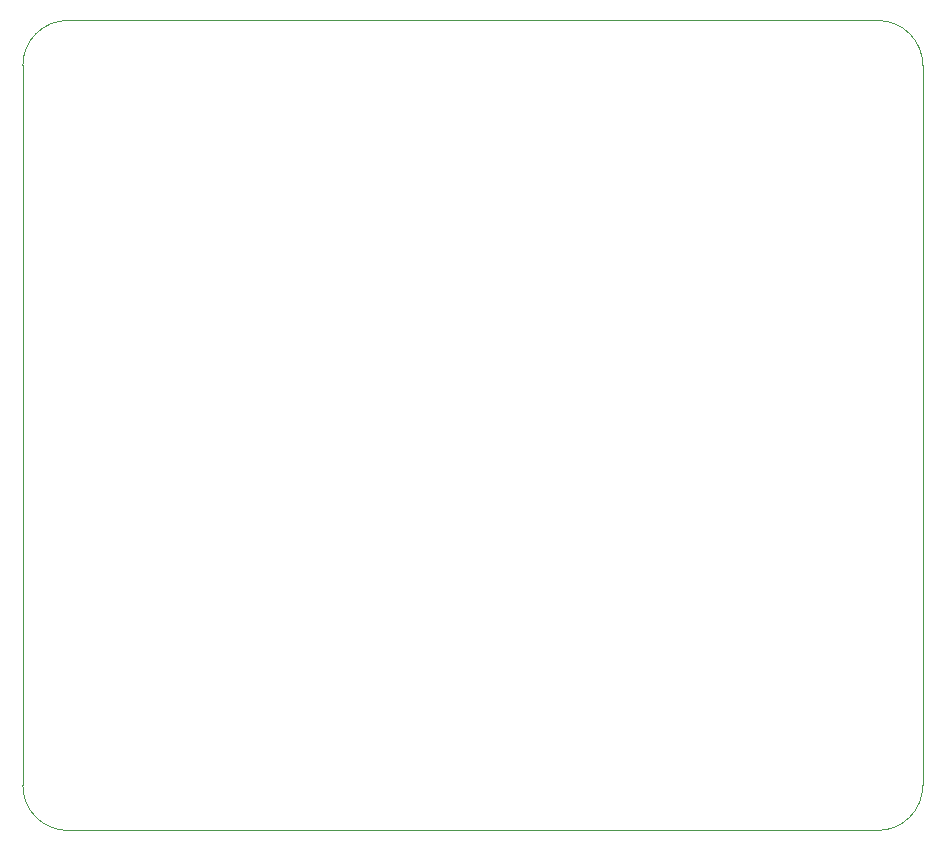
<source format=gm1>
%TF.GenerationSoftware,KiCad,Pcbnew,(5.1.6)-1*%
%TF.CreationDate,2020-09-26T10:02:19-05:00*%
%TF.ProjectId,customDisplay,63757374-6f6d-4446-9973-706c61792e6b,A0*%
%TF.SameCoordinates,Original*%
%TF.FileFunction,Profile,NP*%
%FSLAX46Y46*%
G04 Gerber Fmt 4.6, Leading zero omitted, Abs format (unit mm)*
G04 Created by KiCad (PCBNEW (5.1.6)-1) date 2020-09-26 10:02:19*
%MOMM*%
%LPD*%
G01*
G04 APERTURE LIST*
%TA.AperFunction,Profile*%
%ADD10C,0.050000*%
%TD*%
G04 APERTURE END LIST*
D10*
X186690000Y-134620000D02*
X118110000Y-134620000D01*
X190500000Y-69850000D02*
X190500000Y-130810000D01*
X118110000Y-66040000D02*
X186690000Y-66040000D01*
X114300000Y-130810000D02*
X114300000Y-69850000D01*
X118110000Y-134620000D02*
G75*
G02*
X114300000Y-130810000I0J3810000D01*
G01*
X190500000Y-130810000D02*
G75*
G02*
X186690000Y-134620000I-3810000J0D01*
G01*
X186690000Y-66040000D02*
G75*
G02*
X190500000Y-69850000I0J-3810000D01*
G01*
X114300000Y-69850000D02*
G75*
G02*
X118110000Y-66040000I3810000J0D01*
G01*
M02*

</source>
